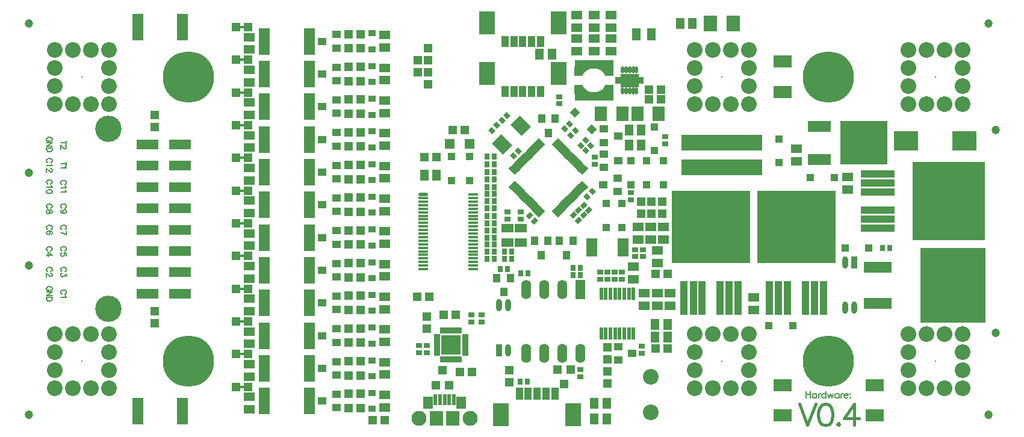
<source format=gts>
G04 Layer_Color=8388736*
%FSLAX25Y25*%
%MOIN*%
G70*
G01*
G75*
%ADD74C,0.00787*%
%ADD75C,0.01575*%
%ADD108R,0.07296X0.08792*%
%ADD109R,0.04737X0.05131*%
%ADD110R,0.26391X0.24422*%
%ADD111R,0.12611X0.06312*%
G04:AMPARAMS|DCode=112|XSize=33mil|YSize=27.68mil|CornerRadius=0mil|HoleSize=0mil|Usage=FLASHONLY|Rotation=315.000|XOffset=0mil|YOffset=0mil|HoleType=Round|Shape=Rectangle|*
%AMROTATEDRECTD112*
4,1,4,-0.02145,0.00188,-0.00188,0.02145,0.02145,-0.00188,0.00188,-0.02145,-0.02145,0.00188,0.0*
%
%ADD112ROTATEDRECTD112*%

G04:AMPARAMS|DCode=113|XSize=33mil|YSize=27.68mil|CornerRadius=0mil|HoleSize=0mil|Usage=FLASHONLY|Rotation=45.000|XOffset=0mil|YOffset=0mil|HoleType=Round|Shape=Rectangle|*
%AMROTATEDRECTD113*
4,1,4,-0.00188,-0.02145,-0.02145,-0.00188,0.00188,0.02145,0.02145,0.00188,-0.00188,-0.02145,0.0*
%
%ADD113ROTATEDRECTD113*%

%ADD114R,0.02768X0.03300*%
%ADD115R,0.06312X0.05131*%
%ADD116R,0.03300X0.02768*%
%ADD117R,0.05131X0.04737*%
%ADD118R,0.05131X0.06312*%
%ADD119R,0.07099X0.07887*%
%ADD120R,0.04737X0.04737*%
%ADD121O,0.03202X0.06784*%
%ADD122R,0.03202X0.06784*%
%ADD123R,0.06706X0.05131*%
%ADD124R,0.04147X0.04147*%
%ADD125R,0.15367X0.05918*%
%ADD126R,0.35839X0.41351*%
%ADD127R,0.09855X0.06784*%
%ADD128P,0.05864X4X360.0*%
%ADD129R,0.04147X0.04147*%
%ADD130R,0.05524X0.05524*%
%ADD131R,0.04147X0.03359*%
%ADD132R,0.04737X0.01587*%
G04:AMPARAMS|DCode=133|XSize=20.6mil|YSize=47.37mil|CornerRadius=0mil|HoleSize=0mil|Usage=FLASHONLY|Rotation=315.000|XOffset=0mil|YOffset=0mil|HoleType=Round|Shape=Rectangle|*
%AMROTATEDRECTD133*
4,1,4,-0.02403,-0.00946,0.00946,0.02403,0.02403,0.00946,-0.00946,-0.02403,-0.02403,-0.00946,0.0*
%
%ADD133ROTATEDRECTD133*%

G04:AMPARAMS|DCode=134|XSize=20.6mil|YSize=47.37mil|CornerRadius=0mil|HoleSize=0mil|Usage=FLASHONLY|Rotation=45.000|XOffset=0mil|YOffset=0mil|HoleType=Round|Shape=Rectangle|*
%AMROTATEDRECTD134*
4,1,4,0.00946,-0.02403,-0.02403,0.00946,-0.00946,0.02403,0.02403,-0.00946,0.00946,-0.02403,0.0*
%
%ADD134ROTATEDRECTD134*%

%ADD135R,0.03556X0.01902*%
%ADD136R,0.10249X0.07296*%
G04:AMPARAMS|DCode=137|XSize=17.06mil|YSize=39.5mil|CornerRadius=5.81mil|HoleSize=0mil|Usage=FLASHONLY|Rotation=180.000|XOffset=0mil|YOffset=0mil|HoleType=Round|Shape=RoundedRectangle|*
%AMROUNDEDRECTD137*
21,1,0.01706,0.02787,0,0,180.0*
21,1,0.00543,0.03950,0,0,180.0*
1,1,0.01162,-0.00272,0.01394*
1,1,0.01162,0.00272,0.01394*
1,1,0.01162,0.00272,-0.01394*
1,1,0.01162,-0.00272,-0.01394*
%
%ADD137ROUNDEDRECTD137*%
%ADD138O,0.05524X0.10642*%
%ADD139R,0.05524X0.10642*%
%ADD140R,0.03753X0.01981*%
%ADD141R,0.01981X0.03753*%
%ADD142R,0.11036X0.11036*%
%ADD143R,0.06312X0.01981*%
G04:AMPARAMS|DCode=144|XSize=70.99mil|YSize=21.78mil|CornerRadius=7.45mil|HoleSize=0mil|Usage=FLASHONLY|Rotation=270.000|XOffset=0mil|YOffset=0mil|HoleType=Round|Shape=RoundedRectangle|*
%AMROUNDEDRECTD144*
21,1,0.07099,0.00689,0,0,270.0*
21,1,0.05610,0.02178,0,0,270.0*
1,1,0.01489,-0.00344,-0.02805*
1,1,0.01489,-0.00344,0.02805*
1,1,0.01489,0.00344,0.02805*
1,1,0.01489,0.00344,-0.02805*
%
%ADD144ROUNDEDRECTD144*%
%ADD145R,0.02178X0.07099*%
%ADD146R,0.05328X0.06509*%
%ADD147R,0.02375X0.06312*%
%ADD148R,0.07690X0.08280*%
%ADD149R,0.09068X0.12611*%
%ADD150R,0.03950X0.07099*%
%ADD151R,0.12296X0.05800*%
%ADD152R,0.03950X0.05918*%
%ADD153R,0.21666X0.04540*%
%ADD154R,0.18910X0.04343*%
%ADD155R,0.40170X0.43320*%
%ADD156R,0.04343X0.18910*%
%ADD157R,0.43320X0.40170*%
%ADD158R,0.04540X0.04343*%
%ADD159R,0.04540X0.04343*%
%ADD160R,0.04343X0.04540*%
%ADD161R,0.04343X0.04540*%
%ADD162R,0.06312X0.14579*%
%ADD163R,0.44894X0.08871*%
%ADD164R,0.13398X0.10642*%
%ADD165R,0.05131X0.06706*%
%ADD166O,0.05721X0.01784*%
%ADD167R,0.05721X0.01784*%
G04:AMPARAMS|DCode=168|XSize=74mil|YSize=89mil|CornerRadius=0mil|HoleSize=0mil|Usage=FLASHONLY|Rotation=225.000|XOffset=0mil|YOffset=0mil|HoleType=Round|Shape=Rectangle|*
%AMROTATEDRECTD168*
4,1,4,-0.00530,0.05763,0.05763,-0.00530,0.00530,-0.05763,-0.05763,0.00530,-0.00530,0.05763,0.0*
%
%ADD168ROTATEDRECTD168*%

%ADD169C,0.04737*%
%ADD170C,0.28359*%
%ADD171C,0.02768*%
%ADD172C,0.00800*%
%ADD173C,0.08674*%
%ADD174C,0.08280*%
%ADD175C,0.14579*%
G36*
X333320Y74216D02*
X333371Y74206D01*
X333421Y74189D01*
X333468Y74166D01*
X333512Y74137D01*
X333551Y74102D01*
X333586Y74063D01*
X333615Y74019D01*
X333638Y73972D01*
X333655Y73923D01*
X333665Y73871D01*
X333669Y73819D01*
Y69685D01*
X333665Y69633D01*
X333655Y69581D01*
X333638Y69532D01*
X333615Y69485D01*
X333586Y69441D01*
X333551Y69402D01*
X333512Y69367D01*
X333468Y69338D01*
X333421Y69315D01*
X333371Y69298D01*
X333320Y69288D01*
X333268Y69284D01*
X312402D01*
X312349Y69288D01*
X312298Y69298D01*
X312248Y69315D01*
X312201Y69338D01*
X312158Y69367D01*
X312118Y69402D01*
X312084Y69441D01*
X312054Y69485D01*
X312031Y69532D01*
X312014Y69581D01*
X312004Y69633D01*
X312001Y69685D01*
Y73819D01*
X312004Y73871D01*
X312014Y73923D01*
X312031Y73972D01*
X312054Y74019D01*
X312084Y74063D01*
X312118Y74102D01*
X312158Y74137D01*
X312201Y74166D01*
X312248Y74189D01*
X312298Y74206D01*
X312349Y74216D01*
X312402Y74220D01*
X316339D01*
X316351Y74219D01*
X316363Y74219D01*
X316377Y74217D01*
X316391Y74216D01*
X316403Y74214D01*
X316415Y74212D01*
X316428Y74209D01*
X316442Y74206D01*
X316454Y74202D01*
X316465Y74199D01*
X316478Y74194D01*
X316492Y74189D01*
X316503Y74184D01*
X316514Y74179D01*
X316526Y74172D01*
X316539Y74166D01*
X316549Y74159D01*
X316560Y74153D01*
X316571Y74145D01*
X316583Y74137D01*
X316592Y74129D01*
X316601Y74122D01*
X316611Y74112D01*
X316622Y74102D01*
X316630Y74093D01*
X316638Y74085D01*
X316647Y74074D01*
X316657Y74063D01*
X316663Y74053D01*
X316671Y74043D01*
X316678Y74031D01*
X316686Y74019D01*
X316691Y74009D01*
X316697Y73998D01*
X316887Y73618D01*
X317444Y72689D01*
X318570Y71564D01*
X319306Y71012D01*
X320415Y70457D01*
X321134Y70277D01*
X322832Y70089D01*
X324336Y70277D01*
X325057Y70457D01*
X325411Y70634D01*
X326560Y71209D01*
X327296Y71760D01*
X327846Y72311D01*
X328407Y73059D01*
X328987Y74025D01*
X329000Y74044D01*
X329013Y74063D01*
X329015Y74066D01*
X329017Y74068D01*
X329032Y74085D01*
X329047Y74102D01*
X329050Y74105D01*
X329052Y74107D01*
X329070Y74122D01*
X329087Y74137D01*
X329089Y74139D01*
X329092Y74141D01*
X329111Y74153D01*
X329130Y74166D01*
X329133Y74168D01*
X329136Y74169D01*
X329156Y74179D01*
X329177Y74189D01*
X329181Y74190D01*
X329184Y74192D01*
X329205Y74199D01*
X329227Y74206D01*
X329230Y74207D01*
X329234Y74208D01*
X329256Y74212D01*
X329278Y74216D01*
X329282Y74217D01*
X329285Y74217D01*
X329308Y74218D01*
X329331Y74220D01*
X333268D01*
X333320Y74216D01*
D02*
G37*
G36*
Y84256D02*
X333371Y84246D01*
X333421Y84229D01*
X333468Y84205D01*
X333512Y84176D01*
X333551Y84142D01*
X333586Y84102D01*
X333615Y84059D01*
X333638Y84012D01*
X333655Y83962D01*
X333665Y83911D01*
X333669Y83858D01*
Y79724D01*
X333665Y79672D01*
X333655Y79621D01*
X333638Y79571D01*
X333615Y79524D01*
X333586Y79480D01*
X333551Y79441D01*
X333512Y79406D01*
X333468Y79377D01*
X333421Y79354D01*
X333371Y79337D01*
X333320Y79327D01*
X333268Y79324D01*
X329331D01*
X329308Y79325D01*
X329285Y79326D01*
X329282Y79327D01*
X329278Y79327D01*
X329256Y79331D01*
X329234Y79335D01*
X329230Y79337D01*
X329227Y79337D01*
X329205Y79345D01*
X329184Y79352D01*
X329181Y79353D01*
X329177Y79354D01*
X329156Y79364D01*
X329136Y79374D01*
X329133Y79376D01*
X329130Y79377D01*
X329111Y79390D01*
X329092Y79402D01*
X329089Y79404D01*
X329087Y79406D01*
X329070Y79421D01*
X329052Y79436D01*
X329050Y79439D01*
X329047Y79441D01*
X329032Y79458D01*
X329017Y79475D01*
X329015Y79478D01*
X329013Y79480D01*
X329000Y79500D01*
X328987Y79518D01*
X328407Y80485D01*
X327846Y81233D01*
X326910Y82169D01*
X326373Y82527D01*
X325254Y83086D01*
X324535Y83266D01*
X322835Y83455D01*
X321149Y83268D01*
X320036Y82896D01*
X319681Y82719D01*
X318753Y82162D01*
X317438Y80847D01*
X317080Y80310D01*
X316697Y79545D01*
X316691Y79535D01*
X316686Y79524D01*
X316678Y79512D01*
X316671Y79500D01*
X316663Y79490D01*
X316657Y79480D01*
X316647Y79470D01*
X316638Y79458D01*
X316630Y79450D01*
X316622Y79441D01*
X316611Y79432D01*
X316601Y79422D01*
X316592Y79414D01*
X316583Y79406D01*
X316571Y79399D01*
X316560Y79390D01*
X316549Y79384D01*
X316539Y79377D01*
X316526Y79371D01*
X316514Y79364D01*
X316503Y79359D01*
X316492Y79354D01*
X316478Y79349D01*
X316465Y79344D01*
X316454Y79341D01*
X316442Y79337D01*
X316428Y79334D01*
X316415Y79331D01*
X316403Y79329D01*
X316391Y79327D01*
X316377Y79326D01*
X316363Y79324D01*
X316351Y79324D01*
X316339Y79324D01*
X312402D01*
X312349Y79327D01*
X312298Y79337D01*
X312248Y79354D01*
X312201Y79377D01*
X312158Y79406D01*
X312118Y79441D01*
X312084Y79480D01*
X312054Y79524D01*
X312031Y79571D01*
X312014Y79621D01*
X312004Y79672D01*
X312001Y79724D01*
Y83858D01*
X312004Y83911D01*
X312014Y83962D01*
X312031Y84012D01*
X312054Y84059D01*
X312084Y84102D01*
X312118Y84142D01*
X312158Y84176D01*
X312201Y84205D01*
X312248Y84229D01*
X312298Y84246D01*
X312349Y84256D01*
X312402Y84259D01*
X333268D01*
X333320Y84256D01*
D02*
G37*
D74*
X22084Y43026D02*
X22384Y43176D01*
X22684Y43476D01*
X22834Y43776D01*
Y44376D01*
X22684Y44676D01*
X22384Y44976D01*
X22084Y45126D01*
X21634Y45276D01*
X20885D01*
X20435Y45126D01*
X20135Y44976D01*
X19835Y44676D01*
X19685Y44376D01*
Y43776D01*
X19835Y43476D01*
X20135Y43176D01*
X20435Y43026D01*
X20885D01*
Y43776D02*
Y43026D01*
X22834Y42307D02*
X19685D01*
X22834D02*
X19685Y40207D01*
X22834D02*
X19685D01*
X22834Y39338D02*
X19685D01*
X22834D02*
Y38288D01*
X22684Y37838D01*
X22384Y37538D01*
X22084Y37388D01*
X21634Y37238D01*
X20885D01*
X20435Y37388D01*
X20135Y37538D01*
X19835Y37838D01*
X19685Y38288D01*
Y39338D01*
X30708Y42257D02*
X27559D01*
X30708Y43307D02*
Y41208D01*
X29958Y40683D02*
X30108D01*
X30408Y40533D01*
X30558Y40383D01*
X30708Y40083D01*
Y39483D01*
X30558Y39184D01*
X30408Y39033D01*
X30108Y38884D01*
X29808D01*
X29508Y39033D01*
X29059Y39333D01*
X27559Y40833D01*
Y38734D01*
X30708Y30446D02*
X27559D01*
X30708Y31496D02*
Y29397D01*
X30108Y29022D02*
X30258Y28722D01*
X30708Y28272D01*
X27559D01*
X22084Y31215D02*
X22384Y31365D01*
X22684Y31665D01*
X22834Y31965D01*
Y32565D01*
X22684Y32865D01*
X22384Y33165D01*
X22084Y33315D01*
X21634Y33465D01*
X20885D01*
X20435Y33315D01*
X20135Y33165D01*
X19835Y32865D01*
X19685Y32565D01*
Y31965D01*
X19835Y31665D01*
X20135Y31365D01*
X20435Y31215D01*
X22234Y30331D02*
X22384Y30031D01*
X22834Y29581D01*
X19685D01*
X22084Y27872D02*
X22234D01*
X22534Y27722D01*
X22684Y27572D01*
X22834Y27272D01*
Y26672D01*
X22684Y26372D01*
X22534Y26222D01*
X22234Y26072D01*
X21934D01*
X21634Y26222D01*
X21184Y26522D01*
X19685Y28021D01*
Y25922D01*
X22084Y-39651D02*
X22384Y-39501D01*
X22684Y-39201D01*
X22834Y-38901D01*
Y-38301D01*
X22684Y-38001D01*
X22384Y-37701D01*
X22084Y-37552D01*
X21634Y-37402D01*
X20885D01*
X20435Y-37552D01*
X20135Y-37701D01*
X19835Y-38001D01*
X19685Y-38301D01*
Y-38901D01*
X19835Y-39201D01*
X20135Y-39501D01*
X20435Y-39651D01*
X20885D01*
Y-38901D02*
Y-39651D01*
X22834Y-40371D02*
X19685D01*
X22834D02*
X19685Y-42470D01*
X22834D02*
X19685D01*
X22834Y-43340D02*
X19685D01*
X22834D02*
Y-44389D01*
X22684Y-44839D01*
X22384Y-45139D01*
X22084Y-45289D01*
X21634Y-45439D01*
X20885D01*
X20435Y-45289D01*
X20135Y-45139D01*
X19835Y-44839D01*
X19685Y-44389D01*
Y-43340D01*
X29958Y-41619D02*
X30258Y-41469D01*
X30558Y-41170D01*
X30708Y-40870D01*
Y-40270D01*
X30558Y-39970D01*
X30258Y-39670D01*
X29958Y-39520D01*
X29508Y-39370D01*
X28759D01*
X28309Y-39520D01*
X28009Y-39670D01*
X27709Y-39970D01*
X27559Y-40270D01*
Y-40870D01*
X27709Y-41170D01*
X28009Y-41469D01*
X28309Y-41619D01*
X30108Y-42504D02*
X30258Y-42804D01*
X30708Y-43254D01*
X27559D01*
X22084Y-29021D02*
X22384Y-28871D01*
X22684Y-28571D01*
X22834Y-28271D01*
Y-27671D01*
X22684Y-27371D01*
X22384Y-27072D01*
X22084Y-26922D01*
X21634Y-26772D01*
X20885D01*
X20435Y-26922D01*
X20135Y-27072D01*
X19835Y-27371D01*
X19685Y-27671D01*
Y-28271D01*
X19835Y-28571D01*
X20135Y-28871D01*
X20435Y-29021D01*
X22084Y-30055D02*
X22234D01*
X22534Y-30206D01*
X22684Y-30355D01*
X22834Y-30655D01*
Y-31255D01*
X22684Y-31555D01*
X22534Y-31705D01*
X22234Y-31855D01*
X21934D01*
X21634Y-31705D01*
X21184Y-31405D01*
X19685Y-29906D01*
Y-32005D01*
X29958Y-29021D02*
X30258Y-28871D01*
X30558Y-28571D01*
X30708Y-28271D01*
Y-27671D01*
X30558Y-27371D01*
X30258Y-27072D01*
X29958Y-26922D01*
X29508Y-26772D01*
X28759D01*
X28309Y-26922D01*
X28009Y-27072D01*
X27709Y-27371D01*
X27559Y-27671D01*
Y-28271D01*
X27709Y-28571D01*
X28009Y-28871D01*
X28309Y-29021D01*
X30708Y-30206D02*
Y-31855D01*
X29508Y-30955D01*
Y-31405D01*
X29358Y-31705D01*
X29208Y-31855D01*
X28759Y-32005D01*
X28459D01*
X28009Y-31855D01*
X27709Y-31555D01*
X27559Y-31105D01*
Y-30655D01*
X27709Y-30206D01*
X27859Y-30055D01*
X28159Y-29906D01*
X22084Y-17604D02*
X22384Y-17454D01*
X22684Y-17154D01*
X22834Y-16854D01*
Y-16254D01*
X22684Y-15954D01*
X22384Y-15654D01*
X22084Y-15504D01*
X21634Y-15354D01*
X20885D01*
X20435Y-15504D01*
X20135Y-15654D01*
X19835Y-15954D01*
X19685Y-16254D01*
Y-16854D01*
X19835Y-17154D01*
X20135Y-17454D01*
X20435Y-17604D01*
X22834Y-19988D02*
X20735Y-18488D01*
Y-20738D01*
X22834Y-19988D02*
X19685D01*
X29958Y-17604D02*
X30258Y-17454D01*
X30558Y-17154D01*
X30708Y-16854D01*
Y-16254D01*
X30558Y-15954D01*
X30258Y-15654D01*
X29958Y-15504D01*
X29508Y-15354D01*
X28759D01*
X28309Y-15504D01*
X28009Y-15654D01*
X27709Y-15954D01*
X27559Y-16254D01*
Y-16854D01*
X27709Y-17154D01*
X28009Y-17454D01*
X28309Y-17604D01*
X30708Y-20288D02*
Y-18788D01*
X29358Y-18638D01*
X29508Y-18788D01*
X29658Y-19238D01*
Y-19688D01*
X29508Y-20138D01*
X29208Y-20438D01*
X28759Y-20588D01*
X28459D01*
X28009Y-20438D01*
X27709Y-20138D01*
X27559Y-19688D01*
Y-19238D01*
X27709Y-18788D01*
X27859Y-18638D01*
X28159Y-18488D01*
X22084Y-5793D02*
X22384Y-5643D01*
X22684Y-5343D01*
X22834Y-5043D01*
Y-4443D01*
X22684Y-4143D01*
X22384Y-3843D01*
X22084Y-3693D01*
X21634Y-3543D01*
X20885D01*
X20435Y-3693D01*
X20135Y-3843D01*
X19835Y-4143D01*
X19685Y-4443D01*
Y-5043D01*
X19835Y-5343D01*
X20135Y-5643D01*
X20435Y-5793D01*
X22384Y-8477D02*
X22684Y-8327D01*
X22834Y-7877D01*
Y-7577D01*
X22684Y-7127D01*
X22234Y-6827D01*
X21484Y-6677D01*
X20735D01*
X20135Y-6827D01*
X19835Y-7127D01*
X19685Y-7577D01*
Y-7727D01*
X19835Y-8177D01*
X20135Y-8477D01*
X20585Y-8627D01*
X20735D01*
X21184Y-8477D01*
X21484Y-8177D01*
X21634Y-7727D01*
Y-7577D01*
X21484Y-7127D01*
X21184Y-6827D01*
X20735Y-6677D01*
X29958Y-5793D02*
X30258Y-5643D01*
X30558Y-5343D01*
X30708Y-5043D01*
Y-4443D01*
X30558Y-4143D01*
X30258Y-3843D01*
X29958Y-3693D01*
X29508Y-3543D01*
X28759D01*
X28309Y-3693D01*
X28009Y-3843D01*
X27709Y-4143D01*
X27559Y-4443D01*
Y-5043D01*
X27709Y-5343D01*
X28009Y-5643D01*
X28309Y-5793D01*
X30708Y-8777D02*
X27559Y-7277D01*
X30708Y-6677D02*
Y-8777D01*
X22084Y6019D02*
X22384Y6168D01*
X22684Y6468D01*
X22834Y6768D01*
Y7368D01*
X22684Y7668D01*
X22384Y7968D01*
X22084Y8118D01*
X21634Y8268D01*
X20885D01*
X20435Y8118D01*
X20135Y7968D01*
X19835Y7668D01*
X19685Y7368D01*
Y6768D01*
X19835Y6468D01*
X20135Y6168D01*
X20435Y6019D01*
X22834Y4384D02*
X22684Y4834D01*
X22384Y4984D01*
X22084D01*
X21784Y4834D01*
X21634Y4534D01*
X21484Y3934D01*
X21335Y3484D01*
X21035Y3184D01*
X20735Y3035D01*
X20285D01*
X19985Y3184D01*
X19835Y3334D01*
X19685Y3784D01*
Y4384D01*
X19835Y4834D01*
X19985Y4984D01*
X20285Y5134D01*
X20735D01*
X21035Y4984D01*
X21335Y4684D01*
X21484Y4234D01*
X21634Y3634D01*
X21784Y3334D01*
X22084Y3184D01*
X22384D01*
X22684Y3334D01*
X22834Y3784D01*
Y4384D01*
X29958Y6019D02*
X30258Y6168D01*
X30558Y6468D01*
X30708Y6768D01*
Y7368D01*
X30558Y7668D01*
X30258Y7968D01*
X29958Y8118D01*
X29508Y8268D01*
X28759D01*
X28309Y8118D01*
X28009Y7968D01*
X27709Y7668D01*
X27559Y7368D01*
Y6768D01*
X27709Y6468D01*
X28009Y6168D01*
X28309Y6019D01*
X29658Y3184D02*
X29208Y3334D01*
X28909Y3634D01*
X28759Y4084D01*
Y4234D01*
X28909Y4684D01*
X29208Y4984D01*
X29658Y5134D01*
X29808D01*
X30258Y4984D01*
X30558Y4684D01*
X30708Y4234D01*
Y4084D01*
X30558Y3634D01*
X30258Y3334D01*
X29658Y3184D01*
X28909D01*
X28159Y3334D01*
X27709Y3634D01*
X27559Y4084D01*
Y4384D01*
X27709Y4834D01*
X28009Y4984D01*
X22084Y19404D02*
X22384Y19554D01*
X22684Y19854D01*
X22834Y20154D01*
Y20754D01*
X22684Y21054D01*
X22384Y21354D01*
X22084Y21504D01*
X21634Y21654D01*
X20885D01*
X20435Y21504D01*
X20135Y21354D01*
X19835Y21054D01*
X19685Y20754D01*
Y20154D01*
X19835Y19854D01*
X20135Y19554D01*
X20435Y19404D01*
X22234Y18520D02*
X22384Y18220D01*
X22834Y17770D01*
X19685D01*
X22834Y15311D02*
X22684Y15761D01*
X22234Y16060D01*
X21484Y16210D01*
X21035D01*
X20285Y16060D01*
X19835Y15761D01*
X19685Y15311D01*
Y15011D01*
X19835Y14561D01*
X20285Y14261D01*
X21035Y14111D01*
X21484D01*
X22234Y14261D01*
X22684Y14561D01*
X22834Y15011D01*
Y15311D01*
X29958Y19011D02*
X30258Y19161D01*
X30558Y19460D01*
X30708Y19760D01*
Y20360D01*
X30558Y20660D01*
X30258Y20960D01*
X29958Y21110D01*
X29508Y21260D01*
X28759D01*
X28309Y21110D01*
X28009Y20960D01*
X27709Y20660D01*
X27559Y20360D01*
Y19760D01*
X27709Y19460D01*
X28009Y19161D01*
X28309Y19011D01*
X30108Y18126D02*
X30258Y17826D01*
X30708Y17376D01*
X27559D01*
X30108Y15817D02*
X30258Y15517D01*
X30708Y15067D01*
X27559D01*
X440158Y-95276D02*
Y-99213D01*
X442782Y-95276D02*
Y-99213D01*
X440158Y-97151D02*
X442782D01*
X446118Y-96588D02*
Y-99213D01*
Y-97151D02*
X445743Y-96776D01*
X445368Y-96588D01*
X444806D01*
X444431Y-96776D01*
X444056Y-97151D01*
X443869Y-97713D01*
Y-98088D01*
X444056Y-98650D01*
X444431Y-99025D01*
X444806Y-99213D01*
X445368D01*
X445743Y-99025D01*
X446118Y-98650D01*
X447168Y-96588D02*
Y-99213D01*
Y-97713D02*
X447355Y-97151D01*
X447730Y-96776D01*
X448105Y-96588D01*
X448667D01*
X451272Y-95276D02*
Y-99213D01*
Y-97151D02*
X450898Y-96776D01*
X450523Y-96588D01*
X449960D01*
X449585Y-96776D01*
X449211Y-97151D01*
X449023Y-97713D01*
Y-98088D01*
X449211Y-98650D01*
X449585Y-99025D01*
X449960Y-99213D01*
X450523D01*
X450898Y-99025D01*
X451272Y-98650D01*
X452322Y-96588D02*
X453072Y-99213D01*
X453822Y-96588D02*
X453072Y-99213D01*
X453822Y-96588D02*
X454571Y-99213D01*
X455321Y-96588D02*
X454571Y-99213D01*
X458489Y-96588D02*
Y-99213D01*
Y-97151D02*
X458114Y-96776D01*
X457739Y-96588D01*
X457177D01*
X456802Y-96776D01*
X456427Y-97151D01*
X456240Y-97713D01*
Y-98088D01*
X456427Y-98650D01*
X456802Y-99025D01*
X457177Y-99213D01*
X457739D01*
X458114Y-99025D01*
X458489Y-98650D01*
X459538Y-96588D02*
Y-99213D01*
Y-97713D02*
X459726Y-97151D01*
X460101Y-96776D01*
X460476Y-96588D01*
X461038D01*
X461394Y-97713D02*
X463643D01*
Y-97338D01*
X463456Y-96963D01*
X463268Y-96776D01*
X462893Y-96588D01*
X462331D01*
X461956Y-96776D01*
X461582Y-97151D01*
X461394Y-97713D01*
Y-98088D01*
X461582Y-98650D01*
X461956Y-99025D01*
X462331Y-99213D01*
X462893D01*
X463268Y-99025D01*
X463643Y-98650D01*
X464674Y-96588D02*
X464487Y-96776D01*
X464674Y-96963D01*
X464862Y-96776D01*
X464674Y-96588D01*
Y-98838D02*
X464487Y-99025D01*
X464674Y-99213D01*
X464862Y-99025D01*
X464674Y-98838D01*
D75*
X436614Y-102365D02*
X441113Y-114173D01*
X445611Y-102365D02*
X441113Y-114173D01*
X450503Y-102365D02*
X448816Y-102927D01*
X447692Y-104614D01*
X447129Y-107425D01*
Y-109112D01*
X447692Y-111924D01*
X448816Y-113611D01*
X450503Y-114173D01*
X451628D01*
X453315Y-113611D01*
X454439Y-111924D01*
X455002Y-109112D01*
Y-107425D01*
X454439Y-104614D01*
X453315Y-102927D01*
X451628Y-102365D01*
X450503D01*
X458207Y-113049D02*
X457645Y-113611D01*
X458207Y-114173D01*
X458769Y-113611D01*
X458207Y-113049D01*
X466979Y-102365D02*
X461356Y-110237D01*
X469790D01*
X466979Y-102365D02*
Y-114173D01*
D108*
X387402Y108268D02*
D03*
X400000D02*
D03*
D109*
X225197Y87992D02*
D03*
Y81299D02*
D03*
X231102D02*
D03*
Y74606D02*
D03*
Y87992D02*
D03*
Y94685D02*
D03*
X230315Y-54134D02*
D03*
Y-60827D02*
D03*
X275984Y-90354D02*
D03*
Y-83661D02*
D03*
X348819Y9646D02*
D03*
Y2953D02*
D03*
X354724Y9646D02*
D03*
Y2953D02*
D03*
X360630Y9646D02*
D03*
Y2953D02*
D03*
X330315Y-77756D02*
D03*
Y-71063D02*
D03*
Y-84449D02*
D03*
Y-91142D02*
D03*
X79528Y-50984D02*
D03*
Y-57677D02*
D03*
Y50984D02*
D03*
Y57677D02*
D03*
D110*
X472244Y42126D02*
D03*
D111*
X447638Y33071D02*
D03*
Y51181D02*
D03*
D112*
X280920Y37612D02*
D03*
X278136Y34828D02*
D03*
X319080Y12388D02*
D03*
X321864Y15171D02*
D03*
X309266Y52573D02*
D03*
X306482Y49789D02*
D03*
X269109Y51786D02*
D03*
X266325Y49002D02*
D03*
X271836Y54514D02*
D03*
X274620Y57297D02*
D03*
X315565Y40706D02*
D03*
X318349Y43490D02*
D03*
X318349Y37922D02*
D03*
X321133Y40706D02*
D03*
X309997Y46274D02*
D03*
X312781Y49058D02*
D03*
D113*
X287191Y1786D02*
D03*
X289975Y-998D02*
D03*
X314356Y4935D02*
D03*
X317140Y2151D02*
D03*
X311572Y2151D02*
D03*
X314356Y-632D02*
D03*
X317140Y7719D02*
D03*
X319924Y4935D02*
D03*
D114*
X263779Y22047D02*
D03*
X267717D02*
D03*
X311417Y-31102D02*
D03*
X315354D02*
D03*
X311417Y-27165D02*
D03*
X315354D02*
D03*
X281890Y-90158D02*
D03*
X285827D02*
D03*
X263779Y30315D02*
D03*
X267717D02*
D03*
Y-10236D02*
D03*
X263779D02*
D03*
X267717Y-14173D02*
D03*
X263779D02*
D03*
X277165Y-22047D02*
D03*
X273228D02*
D03*
X277165Y-18110D02*
D03*
X273228D02*
D03*
X267717Y25984D02*
D03*
X263779D02*
D03*
X267717Y34646D02*
D03*
X263779D02*
D03*
X482677Y-16142D02*
D03*
X486614D02*
D03*
X270866Y-27559D02*
D03*
X274803D02*
D03*
X267717Y-22047D02*
D03*
X263779D02*
D03*
X267717Y-18110D02*
D03*
X263779D02*
D03*
Y-6299D02*
D03*
X267717D02*
D03*
X263779Y-2362D02*
D03*
X267717D02*
D03*
X263779Y1575D02*
D03*
X267717D02*
D03*
X263779Y5906D02*
D03*
X267717D02*
D03*
X263779Y9843D02*
D03*
X267717D02*
D03*
X263779Y17717D02*
D03*
X267717D02*
D03*
X263779Y13780D02*
D03*
X267717D02*
D03*
X286221Y-29921D02*
D03*
X282283D02*
D03*
D115*
X350787Y-41043D02*
D03*
Y-47933D02*
D03*
X354331Y-4429D02*
D03*
Y-11319D02*
D03*
X361417Y-4429D02*
D03*
Y-11319D02*
D03*
X347244Y-4429D02*
D03*
Y-11319D02*
D03*
X344488Y-33366D02*
D03*
Y-26476D02*
D03*
X207087Y-97342D02*
D03*
Y-104232D02*
D03*
Y-79232D02*
D03*
Y-86122D02*
D03*
Y-61122D02*
D03*
Y-68012D02*
D03*
Y-43012D02*
D03*
Y-49902D02*
D03*
Y-24902D02*
D03*
Y-31791D02*
D03*
Y-6791D02*
D03*
Y-13681D02*
D03*
Y11319D02*
D03*
Y4429D02*
D03*
Y29429D02*
D03*
Y22539D02*
D03*
Y47539D02*
D03*
Y40650D02*
D03*
Y65650D02*
D03*
Y58760D02*
D03*
Y83760D02*
D03*
Y76870D02*
D03*
Y101870D02*
D03*
Y94980D02*
D03*
X357874Y-24311D02*
D03*
Y-17421D02*
D03*
X332283Y106004D02*
D03*
Y112894D02*
D03*
X322835Y106004D02*
D03*
Y112894D02*
D03*
X313386Y106004D02*
D03*
Y112894D02*
D03*
X364961Y-41043D02*
D03*
Y-47933D02*
D03*
X463386Y23130D02*
D03*
Y16240D02*
D03*
X411417Y-50295D02*
D03*
Y-43406D02*
D03*
X435039Y38878D02*
D03*
Y31988D02*
D03*
X357874Y-41043D02*
D03*
Y-47933D02*
D03*
X131890Y-98524D02*
D03*
Y-105413D02*
D03*
Y-80413D02*
D03*
Y-87303D02*
D03*
Y-62303D02*
D03*
Y-69193D02*
D03*
Y-44193D02*
D03*
Y-51083D02*
D03*
Y-26083D02*
D03*
Y-32972D02*
D03*
Y-7972D02*
D03*
Y-14862D02*
D03*
Y10138D02*
D03*
Y3248D02*
D03*
Y28248D02*
D03*
Y21358D02*
D03*
Y46358D02*
D03*
Y39469D02*
D03*
Y64468D02*
D03*
Y57579D02*
D03*
Y82579D02*
D03*
Y75689D02*
D03*
Y100689D02*
D03*
Y93799D02*
D03*
X313386Y93012D02*
D03*
Y99902D02*
D03*
X332283Y93012D02*
D03*
Y99902D02*
D03*
X322835Y93012D02*
D03*
Y99902D02*
D03*
D116*
X315354Y-87402D02*
D03*
Y-83465D02*
D03*
X225984Y-74016D02*
D03*
Y-70079D02*
D03*
X345669Y-16929D02*
D03*
Y-20866D02*
D03*
X350000Y-16929D02*
D03*
Y-20866D02*
D03*
X255118Y-53150D02*
D03*
Y-57087D02*
D03*
X260630Y-53150D02*
D03*
Y-57087D02*
D03*
X282283Y0D02*
D03*
Y3937D02*
D03*
X343307Y10630D02*
D03*
Y14567D02*
D03*
X338189Y-29528D02*
D03*
Y-33465D02*
D03*
X334252Y-29528D02*
D03*
Y-33465D02*
D03*
X330315Y-29528D02*
D03*
Y-33465D02*
D03*
X326378Y-29528D02*
D03*
Y-33465D02*
D03*
X362205Y45669D02*
D03*
Y41732D02*
D03*
X323228Y34252D02*
D03*
Y30315D02*
D03*
X230315Y-70079D02*
D03*
Y-74016D02*
D03*
X274803Y0D02*
D03*
Y3937D02*
D03*
X303543Y63779D02*
D03*
Y67716D02*
D03*
X349213Y-70472D02*
D03*
Y-74409D02*
D03*
D117*
X246260Y-53150D02*
D03*
X239567D02*
D03*
X255315Y-84646D02*
D03*
X248622D02*
D03*
X360039Y66142D02*
D03*
X353346D02*
D03*
X124606Y-92913D02*
D03*
X131299D02*
D03*
X124606Y-74803D02*
D03*
X131299D02*
D03*
X124606Y-56693D02*
D03*
X131299D02*
D03*
X124606Y-38583D02*
D03*
X131299D02*
D03*
X124606Y-20472D02*
D03*
X131299D02*
D03*
X124606Y-2362D02*
D03*
X131299D02*
D03*
X124606Y15748D02*
D03*
X131299D02*
D03*
X124606Y33858D02*
D03*
X131299D02*
D03*
X124606Y51968D02*
D03*
X131299D02*
D03*
X124606Y70079D02*
D03*
X131299D02*
D03*
X124606Y88189D02*
D03*
X131299D02*
D03*
X124606Y106299D02*
D03*
X131299D02*
D03*
X251378Y49213D02*
D03*
X244685D02*
D03*
X231693Y-42913D02*
D03*
X225000D02*
D03*
X363583Y-30315D02*
D03*
X356890D02*
D03*
X363583Y-71653D02*
D03*
X356890D02*
D03*
X193504Y-96850D02*
D03*
X186811D02*
D03*
X193504Y-78740D02*
D03*
X186811D02*
D03*
X193504Y-60630D02*
D03*
X186811D02*
D03*
X193504Y-42520D02*
D03*
X186811D02*
D03*
X193504Y-24409D02*
D03*
X186811D02*
D03*
X193504Y-6299D02*
D03*
X186811D02*
D03*
X193504Y11811D02*
D03*
X186811D02*
D03*
X193504Y29921D02*
D03*
X186811D02*
D03*
X193504Y48031D02*
D03*
X186811D02*
D03*
X193504Y66142D02*
D03*
X186811D02*
D03*
X193504Y84252D02*
D03*
X186811D02*
D03*
X193504Y102362D02*
D03*
X186811D02*
D03*
X193504Y-104724D02*
D03*
X186811D02*
D03*
X193504Y-86614D02*
D03*
X186811D02*
D03*
X193504Y-68504D02*
D03*
X186811D02*
D03*
X193504Y-50394D02*
D03*
X186811D02*
D03*
X193504Y-32283D02*
D03*
X186811D02*
D03*
X193504Y-14173D02*
D03*
X186811D02*
D03*
X193504Y3937D02*
D03*
X186811D02*
D03*
X193504Y22047D02*
D03*
X186811D02*
D03*
X193504Y40157D02*
D03*
X186811D02*
D03*
X193504Y58268D02*
D03*
X186811D02*
D03*
X193504Y76378D02*
D03*
X186811D02*
D03*
X193504Y94488D02*
D03*
X186811D02*
D03*
X353346Y71653D02*
D03*
X360039D02*
D03*
X200197Y-111417D02*
D03*
X206890D02*
D03*
X228937Y34252D02*
D03*
X235630D02*
D03*
D118*
X322933Y-110630D02*
D03*
X329823D02*
D03*
X356791Y-65354D02*
D03*
X363681D02*
D03*
X228839Y24409D02*
D03*
X235728D02*
D03*
X292618Y91339D02*
D03*
X299508D02*
D03*
X322933Y-101969D02*
D03*
X329823D02*
D03*
X363681Y-58268D02*
D03*
X356791D02*
D03*
X349114Y40945D02*
D03*
X342224D02*
D03*
Y49213D02*
D03*
X349114D02*
D03*
X377461Y108268D02*
D03*
X370571D02*
D03*
D119*
X338583Y58268D02*
D03*
X326772D02*
D03*
X346850D02*
D03*
X358661D02*
D03*
D120*
X306299Y-91535D02*
D03*
X302559Y-83268D02*
D03*
X310039D02*
D03*
X238976Y-83661D02*
D03*
X242717Y-91929D02*
D03*
X235236D02*
D03*
D121*
X462067Y-49114D02*
D03*
X467067D02*
D03*
X462067Y-24114D02*
D03*
X275335Y-47736D02*
D03*
X270335D02*
D03*
X275335Y-72736D02*
D03*
D122*
X467067Y-24114D02*
D03*
X270335Y-72736D02*
D03*
D123*
X282283Y-13189D02*
D03*
Y-4921D02*
D03*
X274803Y-13189D02*
D03*
Y-4921D02*
D03*
D124*
X461909Y-16142D02*
D03*
X475098D02*
D03*
X442618Y22835D02*
D03*
X455807D02*
D03*
X432972Y-59055D02*
D03*
X419783D02*
D03*
D125*
X479921Y-26614D02*
D03*
Y-46614D02*
D03*
D126*
X521654Y-36614D02*
D03*
D127*
X478346Y-108819D02*
D03*
Y-91969D02*
D03*
X427165Y-108819D02*
D03*
Y-91969D02*
D03*
Y70315D02*
D03*
Y87165D02*
D03*
D128*
X312266Y58994D02*
D03*
X321592Y49668D02*
D03*
D129*
X425197Y44390D02*
D03*
Y31201D02*
D03*
X343307Y32185D02*
D03*
Y18996D02*
D03*
X356299Y37894D02*
D03*
Y51083D02*
D03*
X338189Y-4626D02*
D03*
Y8563D02*
D03*
X361417Y18996D02*
D03*
Y32185D02*
D03*
X329528Y-4626D02*
D03*
Y8563D02*
D03*
X351969Y32185D02*
D03*
Y18996D02*
D03*
X253937Y21358D02*
D03*
Y34547D02*
D03*
X244094Y21358D02*
D03*
Y34547D02*
D03*
D130*
X242913Y41732D02*
D03*
X253937D02*
D03*
D131*
X200000Y-96358D02*
D03*
Y-105217D02*
D03*
Y-78248D02*
D03*
Y-87106D02*
D03*
Y-60138D02*
D03*
Y-68996D02*
D03*
Y-42028D02*
D03*
Y-50886D02*
D03*
Y-23917D02*
D03*
Y-32776D02*
D03*
Y-5807D02*
D03*
Y-14665D02*
D03*
Y12303D02*
D03*
Y3445D02*
D03*
Y30413D02*
D03*
Y21555D02*
D03*
Y48524D02*
D03*
Y39665D02*
D03*
Y66634D02*
D03*
Y57776D02*
D03*
Y84744D02*
D03*
Y75886D02*
D03*
Y102854D02*
D03*
Y93996D02*
D03*
D132*
X127953Y-92913D02*
D03*
Y-74803D02*
D03*
Y-56693D02*
D03*
Y-38583D02*
D03*
Y-20472D02*
D03*
Y-2362D02*
D03*
Y15748D02*
D03*
Y33858D02*
D03*
Y51968D02*
D03*
Y70079D02*
D03*
Y88189D02*
D03*
Y106299D02*
D03*
D133*
X301841Y42350D02*
D03*
X303233Y40958D02*
D03*
X304625Y39566D02*
D03*
X306017Y38174D02*
D03*
X307409Y36782D02*
D03*
X308801Y35390D02*
D03*
X310193Y33998D02*
D03*
X311585Y32606D02*
D03*
X312977Y31214D02*
D03*
X314369Y29822D02*
D03*
X315761Y28430D02*
D03*
X317153Y27038D02*
D03*
X293434Y3320D02*
D03*
X292042Y4712D02*
D03*
X290650Y6103D02*
D03*
X289258Y7495D02*
D03*
X287866Y8887D02*
D03*
X286474Y10279D02*
D03*
X285083Y11671D02*
D03*
X283691Y13063D02*
D03*
X282299Y14455D02*
D03*
X280907Y15847D02*
D03*
X279515Y17239D02*
D03*
X278123Y18631D02*
D03*
D134*
X317153D02*
D03*
X315761Y17239D02*
D03*
X314369Y15847D02*
D03*
X312977Y14455D02*
D03*
X311585Y13063D02*
D03*
X310193Y11671D02*
D03*
X308801Y10279D02*
D03*
X307409Y8887D02*
D03*
X306017Y7495D02*
D03*
X304625Y6103D02*
D03*
X303233Y4712D02*
D03*
X301841Y3320D02*
D03*
X278123Y27038D02*
D03*
X279515Y28430D02*
D03*
X280907Y29822D02*
D03*
X282299Y31214D02*
D03*
X283691Y32606D02*
D03*
X285083Y33998D02*
D03*
X286474Y35390D02*
D03*
X287866Y36782D02*
D03*
X289258Y38174D02*
D03*
X290650Y39566D02*
D03*
X292042Y40958D02*
D03*
X293434Y42350D02*
D03*
D135*
X348622Y75787D02*
D03*
Y77756D02*
D03*
X336417Y75787D02*
D03*
Y77756D02*
D03*
D136*
X342520Y76772D02*
D03*
D137*
Y70965D02*
D03*
X338583D02*
D03*
X340551D02*
D03*
X344488D02*
D03*
X346457D02*
D03*
X338583Y82579D02*
D03*
X340551D02*
D03*
X344488D02*
D03*
X346457D02*
D03*
X342520D02*
D03*
D138*
X285197Y-74409D02*
D03*
X295197D02*
D03*
X305197D02*
D03*
X315197D02*
D03*
X285197Y-38976D02*
D03*
X295197D02*
D03*
X305197D02*
D03*
D139*
X315197D02*
D03*
D140*
X235827Y-68701D02*
D03*
Y-66732D02*
D03*
Y-64764D02*
D03*
Y-74606D02*
D03*
Y-72638D02*
D03*
Y-70669D02*
D03*
X251575Y-68701D02*
D03*
Y-66732D02*
D03*
Y-64764D02*
D03*
Y-74606D02*
D03*
Y-72638D02*
D03*
Y-70669D02*
D03*
D141*
X244685Y-77559D02*
D03*
X246654D02*
D03*
X248622D02*
D03*
X238779D02*
D03*
X240748D02*
D03*
X242717D02*
D03*
Y-61811D02*
D03*
X240748D02*
D03*
X238779D02*
D03*
X248622D02*
D03*
X246654D02*
D03*
X244685D02*
D03*
D142*
X243701Y-69685D02*
D03*
D143*
X338976Y-15748D02*
D03*
Y-17717D02*
D03*
Y-19685D02*
D03*
Y-13780D02*
D03*
Y-11811D02*
D03*
X321654Y-19685D02*
D03*
Y-17717D02*
D03*
Y-11811D02*
D03*
Y-13780D02*
D03*
Y-15748D02*
D03*
D144*
X344783Y-41339D02*
D03*
D145*
X342224D02*
D03*
X339665D02*
D03*
X337106D02*
D03*
X334547D02*
D03*
X331988D02*
D03*
X329429D02*
D03*
X326870D02*
D03*
X344783Y-63386D02*
D03*
X342224D02*
D03*
X339665D02*
D03*
X337106D02*
D03*
X334547D02*
D03*
X331988D02*
D03*
X329429D02*
D03*
X326870D02*
D03*
D146*
X249410Y-101654D02*
D03*
X230906D02*
D03*
D147*
X245276Y-100000D02*
D03*
X242717D02*
D03*
X235039D02*
D03*
X237598D02*
D03*
X240158D02*
D03*
D148*
X235728Y-110433D02*
D03*
X244587D02*
D03*
D149*
X311221Y-108268D02*
D03*
X271457D02*
D03*
X263583Y80708D02*
D03*
X303346D02*
D03*
X263583Y108661D02*
D03*
X303346D02*
D03*
D150*
X301181Y-96653D02*
D03*
X281496D02*
D03*
X291339D02*
D03*
X286417D02*
D03*
X296260D02*
D03*
D151*
X75551Y-41339D02*
D03*
Y-29528D02*
D03*
Y-17717D02*
D03*
X75590Y-5906D02*
D03*
X75551Y5906D02*
D03*
Y17717D02*
D03*
Y29528D02*
D03*
Y41339D02*
D03*
X93740Y17717D02*
D03*
Y5906D02*
D03*
Y-29528D02*
D03*
Y-41339D02*
D03*
Y-17717D02*
D03*
Y-5906D02*
D03*
Y29528D02*
D03*
Y41339D02*
D03*
D152*
X273622Y70472D02*
D03*
X293307D02*
D03*
X283465D02*
D03*
X288386D02*
D03*
X278543D02*
D03*
X273622Y98425D02*
D03*
X293307D02*
D03*
X283465D02*
D03*
X288386D02*
D03*
X278543D02*
D03*
D153*
X322835Y85728D02*
D03*
Y67815D02*
D03*
D154*
X480020Y24843D02*
D03*
Y19831D02*
D03*
Y14842D02*
D03*
Y4843D02*
D03*
Y-158D02*
D03*
Y-5158D02*
D03*
D155*
X519193Y9843D02*
D03*
D156*
X420039Y-43602D02*
D03*
X425051D02*
D03*
X430039D02*
D03*
X440039D02*
D03*
X445039D02*
D03*
X450039D02*
D03*
X372795D02*
D03*
X377807D02*
D03*
X382795D02*
D03*
X392795D02*
D03*
X397795D02*
D03*
X402795D02*
D03*
D157*
X435039Y-4429D02*
D03*
X387795D02*
D03*
D158*
X172441Y-100787D02*
D03*
X180315Y-104528D02*
D03*
X172441Y-82677D02*
D03*
X180315Y-86417D02*
D03*
X172441Y-64567D02*
D03*
X180315Y-68307D02*
D03*
X172441Y-46457D02*
D03*
X180315Y-50197D02*
D03*
X172441Y-28346D02*
D03*
X180315Y-32087D02*
D03*
X172441Y-10236D02*
D03*
X180315Y-13976D02*
D03*
X172441Y7874D02*
D03*
X180315Y4134D02*
D03*
X172441Y25984D02*
D03*
X180315Y22244D02*
D03*
X172441Y44094D02*
D03*
X180315Y40354D02*
D03*
X172441Y62205D02*
D03*
X180315Y58465D02*
D03*
X172441Y80315D02*
D03*
X180315Y76575D02*
D03*
X172441Y98425D02*
D03*
X180315Y94685D02*
D03*
X336221Y46063D02*
D03*
X328346Y49803D02*
D03*
X336221Y32283D02*
D03*
X328346Y36024D02*
D03*
X327953Y18898D02*
D03*
X335827Y15157D02*
D03*
X344094Y-74410D02*
D03*
X336221Y-70669D02*
D03*
D159*
X180315Y-97047D02*
D03*
Y-78937D02*
D03*
Y-60827D02*
D03*
Y-42717D02*
D03*
Y-24606D02*
D03*
Y-6496D02*
D03*
Y11614D02*
D03*
Y29724D02*
D03*
Y47835D02*
D03*
Y65945D02*
D03*
Y84055D02*
D03*
Y102165D02*
D03*
X328346Y42323D02*
D03*
Y28543D02*
D03*
X335827Y22638D02*
D03*
X336221Y-78150D02*
D03*
D160*
X297638Y47638D02*
D03*
X301378Y55512D02*
D03*
X272835Y-40551D02*
D03*
X276575Y-32677D02*
D03*
X293701Y-20079D02*
D03*
X297441Y-12205D02*
D03*
X307480Y-20079D02*
D03*
X311221Y-12205D02*
D03*
D161*
X293898Y55512D02*
D03*
X269094Y-32677D02*
D03*
X289961Y-12205D02*
D03*
X303740D02*
D03*
D162*
X70276Y-106299D02*
D03*
X95079D02*
D03*
X70276Y106299D02*
D03*
X95079D02*
D03*
X140354Y-100787D02*
D03*
X165157D02*
D03*
X140354Y-82677D02*
D03*
X165157D02*
D03*
X140354Y-64567D02*
D03*
X165157D02*
D03*
X140354Y-46457D02*
D03*
X165157D02*
D03*
X140354Y-28346D02*
D03*
X165157D02*
D03*
X140354Y-10236D02*
D03*
X165157D02*
D03*
X140354Y7874D02*
D03*
X165157D02*
D03*
X140354Y25984D02*
D03*
X165157D02*
D03*
X140354Y44094D02*
D03*
X165157D02*
D03*
X140354Y62205D02*
D03*
X165157D02*
D03*
X140354Y80315D02*
D03*
X165157D02*
D03*
X140354Y98425D02*
D03*
X165157D02*
D03*
D163*
X393701Y42127D02*
D03*
X393701Y28740D02*
D03*
D164*
X495669Y43307D02*
D03*
X527953D02*
D03*
D165*
X354528Y102362D02*
D03*
X346260D02*
D03*
D166*
X228445Y13583D02*
D03*
D167*
Y11614D02*
D03*
Y9646D02*
D03*
Y7677D02*
D03*
Y5709D02*
D03*
Y3740D02*
D03*
Y1772D02*
D03*
Y-197D02*
D03*
Y-2165D02*
D03*
Y-4134D02*
D03*
Y-6102D02*
D03*
Y-8071D02*
D03*
Y-10039D02*
D03*
Y-12008D02*
D03*
Y-13976D02*
D03*
Y-15945D02*
D03*
Y-17913D02*
D03*
Y-19882D02*
D03*
Y-21850D02*
D03*
Y-23819D02*
D03*
Y-25787D02*
D03*
Y-27756D02*
D03*
X255807Y13583D02*
D03*
Y11614D02*
D03*
Y9646D02*
D03*
Y7677D02*
D03*
Y5709D02*
D03*
Y3740D02*
D03*
Y1772D02*
D03*
Y-197D02*
D03*
Y-2165D02*
D03*
Y-4134D02*
D03*
Y-6102D02*
D03*
Y-8071D02*
D03*
Y-10039D02*
D03*
Y-12008D02*
D03*
Y-13976D02*
D03*
Y-15945D02*
D03*
Y-17913D02*
D03*
Y-19882D02*
D03*
Y-21850D02*
D03*
Y-23819D02*
D03*
Y-25787D02*
D03*
Y-27756D02*
D03*
D168*
X282454Y51746D02*
D03*
X271876Y41168D02*
D03*
D169*
X545276Y-62992D02*
D03*
Y49213D02*
D03*
X9843Y-25591D02*
D03*
Y25591D02*
D03*
Y108268D02*
D03*
Y-108268D02*
D03*
X541339D02*
D03*
Y108268D02*
D03*
D170*
X452756Y-78740D02*
D03*
Y78740D02*
D03*
X98425D02*
D03*
Y-78740D02*
D03*
D171*
X345472Y78740D02*
D03*
Y74803D02*
D03*
X339567D02*
D03*
Y78740D02*
D03*
X342520Y76772D02*
D03*
D172*
X511811Y-78740D02*
D03*
X393701Y78740D02*
D03*
Y-78740D02*
D03*
X39370Y78740D02*
D03*
Y-78740D02*
D03*
X511811Y78740D02*
D03*
D173*
X516811Y-93740D02*
D03*
X506811D02*
D03*
X496811D02*
D03*
X526811D02*
D03*
Y-83740D02*
D03*
Y-73740D02*
D03*
Y-63740D02*
D03*
X516811D02*
D03*
X506811D02*
D03*
X496811D02*
D03*
Y-73740D02*
D03*
Y-83740D02*
D03*
X398701Y63740D02*
D03*
X388701D02*
D03*
X378701D02*
D03*
X408701D02*
D03*
Y73740D02*
D03*
Y83740D02*
D03*
Y93740D02*
D03*
X398701D02*
D03*
X388701D02*
D03*
X378701D02*
D03*
Y83740D02*
D03*
Y73740D02*
D03*
X398701Y-93740D02*
D03*
X388701D02*
D03*
X378701D02*
D03*
X408701D02*
D03*
Y-83740D02*
D03*
Y-73740D02*
D03*
Y-63740D02*
D03*
X398701D02*
D03*
X388701D02*
D03*
X378701D02*
D03*
Y-73740D02*
D03*
Y-83740D02*
D03*
X44370Y63740D02*
D03*
X34370D02*
D03*
X24370D02*
D03*
X54370D02*
D03*
Y73740D02*
D03*
Y83740D02*
D03*
Y93740D02*
D03*
X44370D02*
D03*
X34370D02*
D03*
X24370D02*
D03*
Y83740D02*
D03*
Y73740D02*
D03*
X44370Y-93740D02*
D03*
X34370D02*
D03*
X24370D02*
D03*
X54370D02*
D03*
Y-83740D02*
D03*
Y-73740D02*
D03*
Y-63740D02*
D03*
X44370D02*
D03*
X34370D02*
D03*
X24370D02*
D03*
Y-73740D02*
D03*
Y-83740D02*
D03*
X516811Y63740D02*
D03*
X506811D02*
D03*
X496811D02*
D03*
X526811D02*
D03*
Y73740D02*
D03*
Y83740D02*
D03*
Y93740D02*
D03*
X516811D02*
D03*
X506811D02*
D03*
X496811D02*
D03*
Y83740D02*
D03*
Y73740D02*
D03*
X354331Y-87402D02*
D03*
Y-107087D02*
D03*
D174*
X254232Y-110433D02*
D03*
X226083D02*
D03*
D175*
X53976Y49843D02*
D03*
Y-49843D02*
D03*
M02*

</source>
